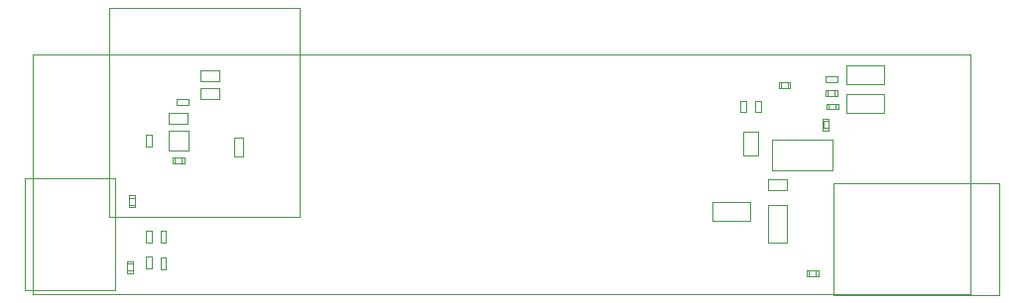
<source format=gbr>
%TF.GenerationSoftware,KiCad,Pcbnew,6.0.11+dfsg-1~bpo11+1*%
%TF.CreationDate,2023-04-14T13:04:02+02:00*%
%TF.ProjectId,IR-diode-general,49522d64-696f-4646-952d-67656e657261,rev?*%
%TF.SameCoordinates,Original*%
%TF.FileFunction,Other,User*%
%FSLAX46Y46*%
G04 Gerber Fmt 4.6, Leading zero omitted, Abs format (unit mm)*
G04 Created by KiCad (PCBNEW 6.0.11+dfsg-1~bpo11+1) date 2023-04-14 13:04:02 commit 5e22265*
%MOMM*%
%LPD*%
G01*
G04 APERTURE LIST*
%TA.AperFunction,Profile*%
%ADD10C,0.100000*%
%TD*%
%ADD11C,0.100000*%
%ADD12C,0.120000*%
G04 APERTURE END LIST*
D10*
X85000000Y-40500000D02*
X165000000Y-40500000D01*
X165000000Y-40500000D02*
X165000000Y-61000000D01*
X165000000Y-61000000D02*
X85000000Y-61000000D01*
X85000000Y-61000000D02*
X85000000Y-40500000D01*
D11*
%TO.C,C13*%
X93699000Y-53542000D02*
X93699000Y-53541000D01*
X93206000Y-53547000D02*
X93206000Y-53547000D01*
X93690000Y-53548000D02*
X93691000Y-53548000D01*
X93695000Y-52552000D02*
X93694000Y-52552000D01*
X93203000Y-52555000D02*
X93203000Y-52555000D01*
X93210000Y-53548000D02*
X93210000Y-53548000D01*
X93203000Y-52555000D02*
X93203000Y-52556000D01*
X93210000Y-52751000D02*
X93210000Y-53348000D01*
X93698000Y-52555000D02*
X93697000Y-52554000D01*
X93693000Y-53548000D02*
X93693000Y-53548000D01*
X93202000Y-52557000D02*
X93202000Y-52558000D01*
X93699000Y-53541000D02*
X93699000Y-53541000D01*
X93689000Y-52551000D02*
X93689000Y-52551000D01*
X93202000Y-52557000D02*
X93202000Y-52557000D01*
X93691000Y-53548000D02*
X93692000Y-53548000D01*
X93204000Y-52554000D02*
X93204000Y-52554000D01*
X93696000Y-52553000D02*
X93696000Y-52553000D01*
X93694000Y-52551000D02*
X93693000Y-52551000D01*
X93208000Y-53548000D02*
X93208000Y-53548000D01*
X93202000Y-53541000D02*
X93202000Y-53541000D01*
X93209000Y-52551000D02*
X93209000Y-52551000D01*
X93699000Y-52557000D02*
X93699000Y-52556000D01*
X93205000Y-53546000D02*
X93205000Y-53546000D01*
X93699000Y-53541000D02*
X93699000Y-53540000D01*
X93204000Y-53545000D02*
X93204000Y-53545000D01*
X93209000Y-53548000D02*
X93209000Y-53548000D01*
X93697000Y-52554000D02*
X93697000Y-52553000D01*
X93210000Y-52551000D02*
X93210000Y-52551000D01*
X93699000Y-52751000D02*
X93689000Y-52751000D01*
X93698000Y-53543000D02*
X93699000Y-53543000D01*
X93695000Y-53547000D02*
X93695000Y-53547000D01*
X93210000Y-52551000D02*
X93210000Y-52551000D01*
X93699000Y-53541000D02*
X93699000Y-53541000D01*
X93697000Y-53545000D02*
X93698000Y-53544000D01*
X93209000Y-53548000D02*
X93209000Y-53548000D01*
X93692000Y-53548000D02*
X93692000Y-53548000D01*
X93693000Y-52551000D02*
X93692000Y-52551000D01*
X93698000Y-52556000D02*
X93698000Y-52555000D01*
X93692000Y-52551000D02*
X93692000Y-52551000D01*
X93693000Y-53548000D02*
X93694000Y-53548000D01*
X93689000Y-52551000D02*
X93689000Y-52551000D01*
X93205000Y-52553000D02*
X93204000Y-52553000D01*
X93691000Y-53548000D02*
X93691000Y-53548000D01*
X93699000Y-53542000D02*
X93699000Y-53542000D01*
X93210000Y-52551000D02*
X93210000Y-52551000D01*
X93699000Y-52558000D02*
X93699000Y-52557000D01*
X93210000Y-52551000D02*
X93209000Y-52551000D01*
X93694000Y-53547000D02*
X93695000Y-53547000D01*
X93202000Y-52558000D02*
X93202000Y-52558000D01*
X93203000Y-53544000D02*
X93203000Y-53544000D01*
X93697000Y-52553000D02*
X93696000Y-52553000D01*
X93207000Y-53547000D02*
X93207000Y-53548000D01*
X93204000Y-53545000D02*
X93204000Y-53546000D01*
X93202000Y-52751000D02*
X93202000Y-52561000D01*
X93697000Y-53545000D02*
X93697000Y-53545000D01*
X93699000Y-52557000D02*
X93699000Y-52557000D01*
X93698000Y-53544000D02*
X93698000Y-53544000D01*
X93697000Y-53546000D02*
X93697000Y-53545000D01*
X93202000Y-52559000D02*
X93202000Y-52560000D01*
X93210000Y-53548000D02*
X93689000Y-53548000D01*
X93692000Y-52551000D02*
X93691000Y-52551000D01*
X93699000Y-53538000D02*
X93699000Y-53348000D01*
X93699000Y-52559000D02*
X93699000Y-52559000D01*
X93210000Y-52551000D02*
X93210000Y-52551000D01*
X93204000Y-52553000D02*
X93204000Y-52554000D01*
X93205000Y-52553000D02*
X93205000Y-52553000D01*
X93697000Y-52554000D02*
X93697000Y-52554000D01*
X93202000Y-53348000D02*
X93202000Y-53538000D01*
X93699000Y-52558000D02*
X93699000Y-52558000D01*
X93210000Y-52751000D02*
X93202000Y-52751000D01*
X93695000Y-52552000D02*
X93695000Y-52552000D01*
X93692000Y-53548000D02*
X93693000Y-53548000D01*
X93207000Y-52551000D02*
X93207000Y-52552000D01*
X93204000Y-52554000D02*
X93203000Y-52555000D01*
X93202000Y-53541000D02*
X93202000Y-53542000D01*
X93699000Y-53348000D02*
X93689000Y-53348000D01*
X93698000Y-52555000D02*
X93698000Y-52555000D01*
X93208000Y-52551000D02*
X93207000Y-52551000D01*
X93210000Y-52551000D02*
X93689000Y-52551000D01*
X93689000Y-52751000D02*
X93210000Y-52751000D01*
X93204000Y-53546000D02*
X93205000Y-53546000D01*
X93206000Y-52552000D02*
X93206000Y-52552000D01*
X93699000Y-52559000D02*
X93699000Y-52558000D01*
X93202000Y-53542000D02*
X93202000Y-53542000D01*
X93203000Y-52556000D02*
X93202000Y-52556000D01*
X93696000Y-53546000D02*
X93697000Y-53546000D01*
X93209000Y-53548000D02*
X93210000Y-53548000D01*
X93203000Y-53544000D02*
X93203000Y-53544000D01*
X93202000Y-53542000D02*
X93202000Y-53543000D01*
X93694000Y-53548000D02*
X93694000Y-53547000D01*
X93210000Y-53348000D02*
X93202000Y-53348000D01*
X93203000Y-52555000D02*
X93203000Y-52555000D01*
X93208000Y-52551000D02*
X93208000Y-52551000D01*
X93203000Y-53544000D02*
X93204000Y-53545000D01*
X93696000Y-52553000D02*
X93695000Y-52552000D01*
X93699000Y-53543000D02*
X93699000Y-53542000D01*
X93207000Y-53548000D02*
X93208000Y-53548000D01*
X93690000Y-52551000D02*
X93689000Y-52551000D01*
X93209000Y-52551000D02*
X93208000Y-52551000D01*
X93695000Y-53547000D02*
X93695000Y-53547000D01*
X93206000Y-53547000D02*
X93206000Y-53547000D01*
X93206000Y-52552000D02*
X93205000Y-52553000D01*
X93698000Y-53544000D02*
X93698000Y-53543000D01*
X93693000Y-52551000D02*
X93693000Y-52551000D01*
X93202000Y-53540000D02*
X93202000Y-53541000D01*
X93698000Y-53544000D02*
X93698000Y-53544000D01*
X93206000Y-53547000D02*
X93207000Y-53547000D01*
X93209000Y-52551000D02*
X93209000Y-52551000D01*
X93699000Y-52558000D02*
X93699000Y-52558000D01*
X93202000Y-52559000D02*
X93202000Y-52559000D01*
X93207000Y-52552000D02*
X93206000Y-52552000D01*
X93695000Y-52552000D02*
X93695000Y-52552000D01*
X93210000Y-52551000D02*
X93210000Y-52551000D01*
X93208000Y-53548000D02*
X93209000Y-53548000D01*
X93692000Y-53548000D02*
X93692000Y-53548000D01*
X93206000Y-52552000D02*
X93206000Y-52552000D01*
X93202000Y-53541000D02*
X93202000Y-53541000D01*
X93202000Y-52558000D02*
X93202000Y-52558000D01*
X93699000Y-52561000D02*
X93699000Y-52751000D01*
X93689000Y-52751000D02*
X93689000Y-53348000D01*
X93698000Y-52555000D02*
X93698000Y-52555000D01*
X93689000Y-53348000D02*
X93210000Y-53348000D01*
X93202000Y-53543000D02*
X93203000Y-53543000D01*
X93694000Y-52552000D02*
X93694000Y-52551000D01*
X93695000Y-53547000D02*
X93696000Y-53546000D01*
X93691000Y-52551000D02*
X93691000Y-52551000D01*
X93699000Y-52556000D02*
X93698000Y-52556000D01*
X93202000Y-52558000D02*
X93202000Y-52559000D01*
X93203000Y-53543000D02*
X93203000Y-53544000D01*
X93202000Y-52556000D02*
X93202000Y-52557000D01*
X93205000Y-53546000D02*
X93206000Y-53547000D01*
X93696000Y-53546000D02*
X93696000Y-53546000D01*
X93691000Y-52551000D02*
X93690000Y-52551000D01*
X93689000Y-52551000D02*
X93689000Y-52551000D01*
X93692000Y-52551000D02*
X93692000Y-52551000D01*
X93699000Y-52551000D02*
X93202000Y-52551000D01*
X93202000Y-52551000D02*
X93202000Y-53548000D01*
X93202000Y-53548000D02*
X93699000Y-53548000D01*
X93699000Y-53548000D02*
X93699000Y-52551000D01*
%TO.C,R12*%
X95850000Y-56615000D02*
X96350000Y-56615000D01*
X96350000Y-56615000D02*
X96350000Y-55615000D01*
X96350000Y-55615000D02*
X95850000Y-55615000D01*
X95850000Y-55615000D02*
X95850000Y-56615000D01*
%TO.C,J1*%
X153300000Y-61088000D02*
X167400000Y-61088000D01*
X167400000Y-61088000D02*
X167400000Y-51489000D01*
X167400000Y-51489000D02*
X153300000Y-51489000D01*
X153300000Y-51489000D02*
X153300000Y-61088000D01*
%TO.C,J2*%
X92015645Y-51060000D02*
X84305645Y-51060000D01*
X84305645Y-51060000D02*
X84305645Y-60638000D01*
X84305645Y-60638000D02*
X92015645Y-60638000D01*
X92015645Y-60638000D02*
X92015645Y-51060000D01*
%TO.C,R11*%
X157601000Y-45502000D02*
X154400000Y-45502000D01*
X154400000Y-45502000D02*
X154400000Y-43900000D01*
X154400000Y-43900000D02*
X157601000Y-43900000D01*
X157601000Y-43900000D02*
X157601000Y-45502000D01*
%TO.C,R13*%
X94600000Y-56615000D02*
X95100000Y-56615000D01*
X95100000Y-56615000D02*
X95100000Y-55615000D01*
X95100000Y-55615000D02*
X94600000Y-55615000D01*
X94600000Y-55615000D02*
X94600000Y-56615000D01*
%TO.C,C12*%
X93497000Y-58206000D02*
X93496000Y-58205000D01*
X93011000Y-58999000D02*
X93490000Y-58999000D01*
X93496000Y-59196000D02*
X93497000Y-59195000D01*
X93002000Y-59195000D02*
X93003000Y-59196000D01*
X93001000Y-58212000D02*
X93001000Y-58402000D01*
X93494000Y-58203000D02*
X93493000Y-58203000D01*
X93492000Y-58202000D02*
X93491000Y-58202000D01*
X93497000Y-59195000D02*
X93497000Y-59195000D01*
X93001000Y-59193000D02*
X93001000Y-59194000D01*
X93002000Y-58206000D02*
X93002000Y-58206000D01*
X93001000Y-58209000D02*
X93001000Y-58210000D01*
X93006000Y-59199000D02*
X93007000Y-59199000D01*
X93009000Y-58202000D02*
X93009000Y-58202000D01*
X93005000Y-59198000D02*
X93006000Y-59198000D01*
X93494000Y-59198000D02*
X93494000Y-59198000D01*
X93498000Y-58209000D02*
X93498000Y-58209000D01*
X93490000Y-59199000D02*
X93490000Y-59199000D01*
X93008000Y-58202000D02*
X93008000Y-58202000D01*
X93001000Y-59189000D02*
X93001000Y-58999000D01*
X93004000Y-58204000D02*
X93003000Y-58204000D01*
X93490000Y-58202000D02*
X93490000Y-58202000D01*
X93498000Y-59193000D02*
X93498000Y-59192000D01*
X93498000Y-59192000D02*
X93498000Y-59192000D01*
X93497000Y-58207000D02*
X93497000Y-58206000D01*
X93001000Y-58207000D02*
X93001000Y-58208000D01*
X93001000Y-58209000D02*
X93001000Y-58209000D01*
X93493000Y-59199000D02*
X93493000Y-59198000D01*
X93492000Y-59199000D02*
X93492000Y-59199000D01*
X93011000Y-59199000D02*
X93011000Y-59199000D01*
X93008000Y-59199000D02*
X93008000Y-59199000D01*
X93002000Y-59195000D02*
X93002000Y-59195000D01*
X93496000Y-59197000D02*
X93496000Y-59196000D01*
X93001000Y-58999000D02*
X93011000Y-58999000D01*
X93011000Y-59199000D02*
X93011000Y-59199000D01*
X93008000Y-58202000D02*
X93008000Y-58202000D01*
X93005000Y-59198000D02*
X93005000Y-59198000D01*
X93497000Y-59195000D02*
X93497000Y-59195000D01*
X93498000Y-58209000D02*
X93498000Y-58208000D01*
X93005000Y-59198000D02*
X93005000Y-59198000D01*
X93491000Y-59199000D02*
X93492000Y-59199000D01*
X93498000Y-58208000D02*
X93498000Y-58208000D01*
X93001000Y-59192000D02*
X93001000Y-59193000D01*
X93491000Y-58202000D02*
X93491000Y-58202000D01*
X93498000Y-59191000D02*
X93498000Y-59190000D01*
X93007000Y-58202000D02*
X93006000Y-58202000D01*
X93497000Y-58206000D02*
X93497000Y-58206000D01*
X93493000Y-58203000D02*
X93493000Y-58202000D01*
X93006000Y-58203000D02*
X93005000Y-58203000D01*
X93001000Y-58208000D02*
X93001000Y-58209000D01*
X93495000Y-59197000D02*
X93496000Y-59197000D01*
X93498000Y-58209000D02*
X93498000Y-58209000D01*
X93497000Y-58206000D02*
X93497000Y-58206000D01*
X93001000Y-59192000D02*
X93001000Y-59192000D01*
X93497000Y-59195000D02*
X93497000Y-59194000D01*
X93004000Y-59197000D02*
X93005000Y-59198000D01*
X93495000Y-58204000D02*
X93495000Y-58204000D01*
X93490000Y-58999000D02*
X93498000Y-58999000D01*
X93490000Y-59199000D02*
X93490000Y-59199000D01*
X93011000Y-59199000D02*
X93011000Y-59199000D01*
X93496000Y-59196000D02*
X93496000Y-59196000D01*
X93001000Y-58402000D02*
X93011000Y-58402000D01*
X93497000Y-59194000D02*
X93498000Y-59194000D01*
X93007000Y-59199000D02*
X93008000Y-59199000D01*
X93002000Y-58206000D02*
X93002000Y-58206000D01*
X93491000Y-59199000D02*
X93491000Y-59199000D01*
X93009000Y-59199000D02*
X93009000Y-59199000D01*
X93492000Y-59199000D02*
X93493000Y-59199000D01*
X93493000Y-59198000D02*
X93494000Y-59198000D01*
X93002000Y-58206000D02*
X93002000Y-58207000D01*
X93011000Y-58402000D02*
X93490000Y-58402000D01*
X93008000Y-58202000D02*
X93007000Y-58202000D01*
X93494000Y-59198000D02*
X93494000Y-59198000D01*
X93491000Y-59199000D02*
X93491000Y-59199000D01*
X93496000Y-58205000D02*
X93496000Y-58204000D01*
X93498000Y-59193000D02*
X93498000Y-59193000D01*
X93001000Y-59192000D02*
X93001000Y-59192000D01*
X93003000Y-58204000D02*
X93003000Y-58205000D01*
X93005000Y-58203000D02*
X93005000Y-58203000D01*
X93008000Y-59199000D02*
X93009000Y-59199000D01*
X93005000Y-58203000D02*
X93005000Y-58203000D01*
X93498000Y-59194000D02*
X93498000Y-59193000D01*
X93498000Y-58210000D02*
X93498000Y-58209000D01*
X93008000Y-59199000D02*
X93008000Y-59199000D01*
X93498000Y-59191000D02*
X93498000Y-59191000D01*
X93003000Y-58205000D02*
X93003000Y-58205000D01*
X93498000Y-58207000D02*
X93497000Y-58207000D01*
X93001000Y-58209000D02*
X93001000Y-58209000D01*
X93496000Y-58204000D02*
X93495000Y-58204000D01*
X93491000Y-58202000D02*
X93491000Y-58202000D01*
X93490000Y-59199000D02*
X93490000Y-59199000D01*
X93490000Y-59199000D02*
X93490000Y-59199000D01*
X93494000Y-58203000D02*
X93494000Y-58203000D01*
X93009000Y-58202000D02*
X93008000Y-58202000D01*
X93498000Y-59192000D02*
X93498000Y-59192000D01*
X93001000Y-59191000D02*
X93001000Y-59191000D01*
X93002000Y-59194000D02*
X93002000Y-59195000D01*
X93001000Y-59191000D02*
X93001000Y-59192000D01*
X93493000Y-58202000D02*
X93492000Y-58202000D01*
X93006000Y-59198000D02*
X93006000Y-59199000D01*
X93001000Y-58208000D02*
X93001000Y-58208000D01*
X93490000Y-58202000D02*
X93011000Y-58202000D01*
X93498000Y-59192000D02*
X93498000Y-59191000D01*
X93011000Y-58999000D02*
X93011000Y-58402000D01*
X93007000Y-58202000D02*
X93007000Y-58202000D01*
X93003000Y-59196000D02*
X93003000Y-59196000D01*
X93001000Y-59193000D02*
X93001000Y-59193000D01*
X93490000Y-59199000D02*
X93490000Y-59199000D01*
X93001000Y-59194000D02*
X93002000Y-59194000D01*
X93498000Y-58208000D02*
X93498000Y-58207000D01*
X93491000Y-58202000D02*
X93490000Y-58202000D01*
X93492000Y-58202000D02*
X93492000Y-58202000D01*
X93009000Y-59199000D02*
X93010000Y-59199000D01*
X93004000Y-58204000D02*
X93004000Y-58204000D01*
X93490000Y-58999000D02*
X93490000Y-58402000D01*
X93010000Y-59199000D02*
X93011000Y-59199000D01*
X93003000Y-59196000D02*
X93003000Y-59197000D01*
X93494000Y-59198000D02*
X93495000Y-59197000D01*
X93498000Y-58402000D02*
X93498000Y-58212000D01*
X93496000Y-58205000D02*
X93496000Y-58205000D01*
X93007000Y-59199000D02*
X93007000Y-59199000D01*
X93498000Y-58999000D02*
X93498000Y-59189000D01*
X93490000Y-59199000D02*
X93011000Y-59199000D01*
X93490000Y-59199000D02*
X93491000Y-59199000D01*
X93003000Y-58205000D02*
X93002000Y-58206000D01*
X93495000Y-58204000D02*
X93494000Y-58203000D01*
X93005000Y-58203000D02*
X93004000Y-58204000D01*
X93490000Y-58402000D02*
X93498000Y-58402000D01*
X93002000Y-59195000D02*
X93002000Y-59195000D01*
X93494000Y-58203000D02*
X93494000Y-58203000D01*
X93004000Y-59197000D02*
X93004000Y-59197000D01*
X93003000Y-59197000D02*
X93004000Y-59197000D01*
X93002000Y-58207000D02*
X93001000Y-58207000D01*
X93495000Y-59197000D02*
X93495000Y-59197000D01*
X93006000Y-58202000D02*
X93006000Y-58203000D01*
X93010000Y-58202000D02*
X93009000Y-58202000D01*
X93001000Y-59199000D02*
X93498000Y-59199000D01*
X93498000Y-59199000D02*
X93498000Y-58202000D01*
X93498000Y-58202000D02*
X93001000Y-58202000D01*
X93001000Y-58202000D02*
X93001000Y-59199000D01*
%TO.C,R6*%
X96350000Y-57850000D02*
X95850000Y-57850000D01*
X95850000Y-57850000D02*
X95850000Y-58850000D01*
X95850000Y-58850000D02*
X96350000Y-58850000D01*
X96350000Y-58850000D02*
X96350000Y-57850000D01*
%TO.C,R10*%
X157601000Y-43052000D02*
X154400000Y-43052000D01*
X154400000Y-43052000D02*
X154400000Y-41450000D01*
X154400000Y-41450000D02*
X157601000Y-41450000D01*
X157601000Y-41450000D02*
X157601000Y-43052000D01*
D12*
%TO.C,POT1*%
X91446600Y-36534600D02*
X107753400Y-36534600D01*
X107753400Y-36534600D02*
X107753400Y-54365400D01*
X107753400Y-54365400D02*
X91446600Y-54365400D01*
X91446600Y-54365400D02*
X91446600Y-36534600D01*
D11*
%TO.C,R14*%
X94600000Y-58765000D02*
X95100000Y-58765000D01*
X95100000Y-58765000D02*
X95100000Y-57765000D01*
X95100000Y-57765000D02*
X94600000Y-57765000D01*
X94600000Y-57765000D02*
X94600000Y-58765000D01*
%TO.C,R8*%
X97250000Y-44850000D02*
X98250000Y-44850000D01*
X98250000Y-44850000D02*
X98250000Y-44350000D01*
X98250000Y-44350000D02*
X97250000Y-44350000D01*
X97250000Y-44350000D02*
X97250000Y-44850000D01*
%TO.C,U2*%
X96600000Y-47049000D02*
X98298000Y-47049000D01*
X98298000Y-47049000D02*
X98298000Y-48749000D01*
X98298000Y-48749000D02*
X96600000Y-48749000D01*
X96600000Y-48749000D02*
X96600000Y-47049000D01*
%TO.C,R3*%
X146600000Y-44449000D02*
X147100000Y-44449000D01*
X147100000Y-44449000D02*
X147100000Y-45449000D01*
X147100000Y-45449000D02*
X146600000Y-45449000D01*
X146600000Y-45449000D02*
X146600000Y-44449000D01*
%TO.C,C4*%
X148603000Y-42906000D02*
X148603000Y-42905000D01*
X148609000Y-43398000D02*
X148608000Y-43398000D01*
X149597000Y-43395000D02*
X149597000Y-43396000D01*
X149598000Y-43394000D02*
X149598000Y-43394000D01*
X149594000Y-42901000D02*
X149594000Y-42902000D01*
X148602000Y-43393000D02*
X148602000Y-43392000D01*
X149599000Y-43390000D02*
X149599000Y-43390000D01*
X149599000Y-43391000D02*
X149599000Y-43391000D01*
X149592000Y-43398000D02*
X149591000Y-43398000D01*
X148602000Y-42907000D02*
X148602000Y-42906000D01*
X148604000Y-42904000D02*
X148604000Y-42904000D01*
X149599000Y-43392000D02*
X149599000Y-43392000D01*
X148602000Y-42907000D02*
X148602000Y-42907000D01*
X149599000Y-43391000D02*
X149599000Y-43392000D01*
X148606000Y-42902000D02*
X148606000Y-42902000D01*
X148603000Y-42905000D02*
X148603000Y-42905000D01*
X149592000Y-43398000D02*
X149592000Y-43398000D01*
X149599000Y-43391000D02*
X149599000Y-43391000D01*
X149399000Y-42901000D02*
X149399000Y-42911000D01*
X148604000Y-43396000D02*
X148604000Y-43395000D01*
X149599000Y-43390000D02*
X149599000Y-43390000D01*
X149599000Y-42911000D02*
X149599000Y-42911000D01*
X149594000Y-43398000D02*
X149593000Y-43398000D01*
X149589000Y-42901000D02*
X149399000Y-42901000D01*
X149592000Y-42901000D02*
X149592000Y-42901000D01*
X149599000Y-42911000D02*
X149599000Y-42911000D01*
X149595000Y-42902000D02*
X149595000Y-42902000D01*
X149591000Y-43398000D02*
X149590000Y-43398000D01*
X148608000Y-42901000D02*
X148609000Y-42901000D01*
X148602000Y-43392000D02*
X148602000Y-43392000D01*
X148607000Y-42902000D02*
X148607000Y-42901000D01*
X149597000Y-43396000D02*
X149596000Y-43396000D01*
X148608000Y-43398000D02*
X148608000Y-43398000D01*
X149593000Y-42901000D02*
X149593000Y-42901000D01*
X148607000Y-43398000D02*
X148607000Y-43397000D01*
X149599000Y-43392000D02*
X149599000Y-43393000D01*
X149598000Y-42906000D02*
X149599000Y-42906000D01*
X148602000Y-42909000D02*
X148602000Y-42908000D01*
X149594000Y-43397000D02*
X149594000Y-43398000D01*
X149599000Y-42909000D02*
X149599000Y-42910000D01*
X149599000Y-42907000D02*
X149599000Y-42907000D01*
X149595000Y-43397000D02*
X149595000Y-43397000D01*
X149593000Y-43398000D02*
X149592000Y-43398000D01*
X148604000Y-42904000D02*
X148604000Y-42903000D01*
X149599000Y-43390000D02*
X149599000Y-43391000D01*
X148802000Y-43398000D02*
X148612000Y-43398000D01*
X148602000Y-42909000D02*
X148602000Y-42909000D01*
X148604000Y-43395000D02*
X148604000Y-43395000D01*
X149592000Y-43398000D02*
X149592000Y-43398000D01*
X149592000Y-42901000D02*
X149592000Y-42901000D01*
X148602000Y-43390000D02*
X148602000Y-43390000D01*
X148603000Y-43394000D02*
X148603000Y-43393000D01*
X148606000Y-43397000D02*
X148606000Y-43397000D01*
X149591000Y-43398000D02*
X149591000Y-43398000D01*
X148608000Y-42901000D02*
X148608000Y-42901000D01*
X149595000Y-42902000D02*
X149596000Y-42903000D01*
X148609000Y-42901000D02*
X148609000Y-42901000D01*
X148602000Y-43392000D02*
X148602000Y-43391000D01*
X149598000Y-43394000D02*
X149597000Y-43395000D01*
X149599000Y-42908000D02*
X149599000Y-42908000D01*
X149591000Y-42901000D02*
X149592000Y-42901000D01*
X149596000Y-43396000D02*
X149595000Y-43397000D01*
X148604000Y-43395000D02*
X148603000Y-43394000D01*
X148607000Y-43397000D02*
X148606000Y-43397000D01*
X149598000Y-42905000D02*
X149598000Y-42906000D01*
X148609000Y-43398000D02*
X148609000Y-43398000D01*
X149591000Y-42901000D02*
X149591000Y-42901000D01*
X148605000Y-42903000D02*
X148606000Y-42902000D01*
X148605000Y-42903000D02*
X148605000Y-42903000D01*
X149594000Y-42902000D02*
X149595000Y-42902000D01*
X149593000Y-43398000D02*
X149593000Y-43398000D01*
X149599000Y-43393000D02*
X149598000Y-43393000D01*
X148603000Y-42905000D02*
X148603000Y-42905000D01*
X149399000Y-43398000D02*
X149589000Y-43398000D01*
X149595000Y-43397000D02*
X149594000Y-43397000D01*
X148607000Y-42901000D02*
X148608000Y-42901000D01*
X149599000Y-42911000D02*
X149599000Y-42911000D01*
X149399000Y-43390000D02*
X148802000Y-43390000D01*
X148606000Y-43397000D02*
X148606000Y-43397000D01*
X148602000Y-42908000D02*
X148602000Y-42907000D01*
X148802000Y-42911000D02*
X148802000Y-43390000D01*
X148612000Y-42901000D02*
X148802000Y-42901000D01*
X148605000Y-43396000D02*
X148604000Y-43396000D01*
X149598000Y-42905000D02*
X149598000Y-42905000D01*
X148610000Y-43398000D02*
X148609000Y-43398000D01*
X149597000Y-42904000D02*
X149597000Y-42904000D01*
X148602000Y-42908000D02*
X148602000Y-42908000D01*
X149599000Y-43390000D02*
X149599000Y-43390000D01*
X149599000Y-42906000D02*
X149599000Y-42907000D01*
X148602000Y-43391000D02*
X148602000Y-43390000D01*
X149597000Y-42904000D02*
X149598000Y-42905000D01*
X148606000Y-43397000D02*
X148605000Y-43396000D01*
X149599000Y-42908000D02*
X149599000Y-42909000D01*
X149399000Y-43390000D02*
X149399000Y-43398000D01*
X149599000Y-43390000D02*
X149599000Y-42911000D01*
X148603000Y-43394000D02*
X148603000Y-43394000D01*
X148608000Y-43398000D02*
X148607000Y-43398000D01*
X148603000Y-43393000D02*
X148602000Y-43393000D01*
X149598000Y-43393000D02*
X149598000Y-43394000D01*
X148602000Y-43390000D02*
X148602000Y-42911000D01*
X148605000Y-43396000D02*
X148605000Y-43396000D01*
X149599000Y-42910000D02*
X149599000Y-42911000D01*
X149595000Y-42902000D02*
X149595000Y-42902000D01*
X149599000Y-43390000D02*
X149599000Y-43390000D01*
X149597000Y-43395000D02*
X149597000Y-43395000D01*
X148609000Y-43398000D02*
X148609000Y-43398000D01*
X149399000Y-42911000D02*
X148802000Y-42911000D01*
X149596000Y-42903000D02*
X149597000Y-42903000D01*
X149599000Y-42909000D02*
X149599000Y-42909000D01*
X148602000Y-42910000D02*
X148602000Y-42909000D01*
X148602000Y-43391000D02*
X148602000Y-43391000D01*
X148603000Y-42905000D02*
X148604000Y-42904000D01*
X149599000Y-42907000D02*
X149599000Y-42908000D01*
X149598000Y-42905000D02*
X149598000Y-42905000D01*
X148603000Y-43394000D02*
X148603000Y-43394000D01*
X148604000Y-42903000D02*
X148605000Y-42903000D01*
X149592000Y-42901000D02*
X149593000Y-42901000D01*
X149597000Y-42903000D02*
X149597000Y-42904000D01*
X149593000Y-42901000D02*
X149594000Y-42901000D01*
X149596000Y-42903000D02*
X149596000Y-42903000D01*
X148609000Y-42901000D02*
X148609000Y-42901000D01*
X148609000Y-42901000D02*
X148610000Y-42901000D01*
X148602000Y-43391000D02*
X148602000Y-43391000D01*
X148606000Y-42902000D02*
X148606000Y-42902000D01*
X149595000Y-43397000D02*
X149595000Y-43397000D01*
X148802000Y-42901000D02*
X148802000Y-42911000D01*
X148606000Y-42902000D02*
X148607000Y-42902000D01*
X148602000Y-42908000D02*
X148602000Y-42908000D01*
X149399000Y-42911000D02*
X149399000Y-43390000D01*
X149596000Y-43396000D02*
X149596000Y-43396000D01*
X148802000Y-43390000D02*
X148802000Y-43398000D01*
X149598000Y-43394000D02*
X149598000Y-43394000D01*
X149599000Y-42908000D02*
X149599000Y-42908000D01*
X149599000Y-43390000D02*
X149599000Y-43390000D01*
X148602000Y-42906000D02*
X148603000Y-42906000D01*
X149599000Y-42901000D02*
X148602000Y-42901000D01*
X148602000Y-42901000D02*
X148602000Y-43398000D01*
X148602000Y-43398000D02*
X149599000Y-43398000D01*
X149599000Y-43398000D02*
X149599000Y-42901000D01*
%TO.C,R5*%
X102950000Y-49200000D02*
X102150000Y-49200000D01*
X102150000Y-49200000D02*
X102150000Y-47600000D01*
X102150000Y-47600000D02*
X102950000Y-47600000D01*
X102950000Y-47600000D02*
X102950000Y-49200000D01*
%TO.C,C5*%
X152606000Y-44047000D02*
X152606000Y-44047000D01*
X153599000Y-44040000D02*
X153599000Y-44040000D01*
X153597000Y-44045000D02*
X153597000Y-44046000D01*
X153599000Y-43561000D02*
X153599000Y-43561000D01*
X153596000Y-43553000D02*
X153597000Y-43553000D01*
X153599000Y-43561000D02*
X153599000Y-43561000D01*
X152802000Y-43561000D02*
X152802000Y-44040000D01*
X152609000Y-44048000D02*
X152608000Y-44048000D01*
X153592000Y-43551000D02*
X153593000Y-43551000D01*
X153594000Y-44048000D02*
X153593000Y-44048000D01*
X153597000Y-44045000D02*
X153597000Y-44045000D01*
X153598000Y-43556000D02*
X153599000Y-43556000D01*
X153599000Y-43557000D02*
X153599000Y-43557000D01*
X153596000Y-44046000D02*
X153596000Y-44046000D01*
X152603000Y-44044000D02*
X152603000Y-44044000D01*
X152609000Y-43551000D02*
X152609000Y-43551000D01*
X153399000Y-43561000D02*
X153399000Y-44040000D01*
X153597000Y-43553000D02*
X153597000Y-43554000D01*
X152602000Y-43558000D02*
X152602000Y-43557000D01*
X152609000Y-44048000D02*
X152609000Y-44048000D01*
X153599000Y-44042000D02*
X153599000Y-44042000D01*
X152605000Y-43553000D02*
X152606000Y-43552000D01*
X152604000Y-44046000D02*
X152604000Y-44045000D01*
X152602000Y-43558000D02*
X152602000Y-43558000D01*
X153599000Y-44040000D02*
X153599000Y-44040000D01*
X152602000Y-43560000D02*
X152602000Y-43559000D01*
X153599000Y-44041000D02*
X153599000Y-44042000D01*
X153592000Y-44048000D02*
X153591000Y-44048000D01*
X152606000Y-44047000D02*
X152605000Y-44046000D01*
X152603000Y-44043000D02*
X152602000Y-44043000D01*
X152802000Y-43551000D02*
X152802000Y-43561000D01*
X152609000Y-43551000D02*
X152610000Y-43551000D01*
X153591000Y-44048000D02*
X153590000Y-44048000D01*
X152604000Y-44045000D02*
X152604000Y-44045000D01*
X153592000Y-43551000D02*
X153592000Y-43551000D01*
X153399000Y-43561000D02*
X152802000Y-43561000D01*
X153593000Y-44048000D02*
X153592000Y-44048000D01*
X153594000Y-43552000D02*
X153595000Y-43552000D01*
X153598000Y-43555000D02*
X153598000Y-43555000D01*
X153595000Y-43552000D02*
X153595000Y-43552000D01*
X152602000Y-44041000D02*
X152602000Y-44041000D01*
X152606000Y-43552000D02*
X152607000Y-43552000D01*
X152602000Y-43558000D02*
X152602000Y-43558000D01*
X152612000Y-43551000D02*
X152802000Y-43551000D01*
X153596000Y-43553000D02*
X153596000Y-43553000D01*
X152603000Y-43555000D02*
X152603000Y-43555000D01*
X152602000Y-43559000D02*
X152602000Y-43558000D01*
X153599000Y-44040000D02*
X153599000Y-44040000D01*
X152802000Y-44048000D02*
X152612000Y-44048000D01*
X152608000Y-43551000D02*
X152609000Y-43551000D01*
X152603000Y-43555000D02*
X152603000Y-43555000D01*
X153599000Y-43559000D02*
X153599000Y-43559000D01*
X152602000Y-44041000D02*
X152602000Y-44041000D01*
X152608000Y-44048000D02*
X152608000Y-44048000D01*
X153595000Y-43552000D02*
X153595000Y-43552000D01*
X153598000Y-43555000D02*
X153598000Y-43556000D01*
X152604000Y-43553000D02*
X152605000Y-43553000D01*
X153593000Y-43551000D02*
X153594000Y-43551000D01*
X153599000Y-43558000D02*
X153599000Y-43558000D01*
X153598000Y-43555000D02*
X153598000Y-43555000D01*
X153399000Y-43551000D02*
X153399000Y-43561000D01*
X153599000Y-44043000D02*
X153598000Y-44043000D01*
X153599000Y-44040000D02*
X153599000Y-44040000D01*
X153599000Y-43558000D02*
X153599000Y-43559000D01*
X152602000Y-43556000D02*
X152603000Y-43556000D01*
X152605000Y-43553000D02*
X152605000Y-43553000D01*
X152606000Y-43552000D02*
X152606000Y-43552000D01*
X152602000Y-44040000D02*
X152602000Y-44040000D01*
X153599000Y-44040000D02*
X153599000Y-43561000D01*
X152602000Y-44042000D02*
X152602000Y-44042000D01*
X153598000Y-44043000D02*
X153598000Y-44044000D01*
X152802000Y-44040000D02*
X152802000Y-44048000D01*
X152603000Y-44044000D02*
X152603000Y-44043000D01*
X152602000Y-44040000D02*
X152602000Y-43561000D01*
X153399000Y-44048000D02*
X153589000Y-44048000D01*
X152605000Y-44046000D02*
X152604000Y-44046000D01*
X152603000Y-43555000D02*
X152604000Y-43554000D01*
X153595000Y-43552000D02*
X153596000Y-43553000D01*
X153597000Y-43554000D02*
X153598000Y-43555000D01*
X153595000Y-44047000D02*
X153594000Y-44047000D01*
X153591000Y-43551000D02*
X153592000Y-43551000D01*
X153599000Y-43561000D02*
X153599000Y-43561000D01*
X152609000Y-43551000D02*
X152609000Y-43551000D01*
X153591000Y-44048000D02*
X153591000Y-44048000D01*
X152607000Y-44048000D02*
X152607000Y-44047000D01*
X152602000Y-43559000D02*
X152602000Y-43559000D01*
X153597000Y-43554000D02*
X153597000Y-43554000D01*
X153598000Y-44044000D02*
X153598000Y-44044000D01*
X153599000Y-44040000D02*
X153599000Y-44040000D01*
X152602000Y-44042000D02*
X152602000Y-44041000D01*
X153599000Y-44041000D02*
X153599000Y-44041000D01*
X152606000Y-44047000D02*
X152606000Y-44047000D01*
X153599000Y-44040000D02*
X153599000Y-44041000D01*
X152602000Y-43557000D02*
X152602000Y-43556000D01*
X153595000Y-44047000D02*
X153595000Y-44047000D01*
X153592000Y-43551000D02*
X153592000Y-43551000D01*
X153599000Y-43556000D02*
X153599000Y-43557000D01*
X153599000Y-44042000D02*
X153599000Y-44043000D01*
X153399000Y-44040000D02*
X152802000Y-44040000D01*
X152603000Y-43556000D02*
X152603000Y-43555000D01*
X153596000Y-44046000D02*
X153595000Y-44047000D01*
X153599000Y-43559000D02*
X153599000Y-43560000D01*
X152604000Y-44045000D02*
X152603000Y-44044000D01*
X152604000Y-43554000D02*
X152604000Y-43553000D01*
X152607000Y-43551000D02*
X152608000Y-43551000D01*
X153598000Y-44044000D02*
X153598000Y-44044000D01*
X152608000Y-43551000D02*
X152608000Y-43551000D01*
X152602000Y-43557000D02*
X152602000Y-43557000D01*
X153595000Y-44047000D02*
X153595000Y-44047000D01*
X152602000Y-44041000D02*
X152602000Y-44040000D01*
X153589000Y-43551000D02*
X153399000Y-43551000D01*
X153592000Y-44048000D02*
X153592000Y-44048000D01*
X153597000Y-44046000D02*
X153596000Y-44046000D01*
X153593000Y-44048000D02*
X153593000Y-44048000D01*
X152608000Y-44048000D02*
X152607000Y-44048000D01*
X153599000Y-43557000D02*
X153599000Y-43558000D01*
X152605000Y-44046000D02*
X152605000Y-44046000D01*
X153599000Y-44041000D02*
X153599000Y-44041000D01*
X153593000Y-43551000D02*
X153593000Y-43551000D01*
X153598000Y-44044000D02*
X153597000Y-44045000D01*
X153599000Y-43558000D02*
X153599000Y-43558000D01*
X152610000Y-44048000D02*
X152609000Y-44048000D01*
X153399000Y-44040000D02*
X153399000Y-44048000D01*
X152603000Y-44044000D02*
X152603000Y-44044000D01*
X152609000Y-44048000D02*
X152609000Y-44048000D01*
X153592000Y-44048000D02*
X153592000Y-44048000D01*
X153591000Y-43551000D02*
X153591000Y-43551000D01*
X152606000Y-43552000D02*
X152606000Y-43552000D01*
X153599000Y-43560000D02*
X153599000Y-43561000D01*
X153594000Y-44047000D02*
X153594000Y-44048000D01*
X152607000Y-44047000D02*
X152606000Y-44047000D01*
X152607000Y-43552000D02*
X152607000Y-43551000D01*
X152602000Y-44043000D02*
X152602000Y-44042000D01*
X153594000Y-43551000D02*
X153594000Y-43552000D01*
X152604000Y-43554000D02*
X152604000Y-43554000D01*
X153599000Y-43551000D02*
X152602000Y-43551000D01*
X152602000Y-43551000D02*
X152602000Y-44048000D01*
X152602000Y-44048000D02*
X153599000Y-44048000D01*
X153599000Y-44048000D02*
X153599000Y-43551000D01*
%TO.C,R9*%
X95150000Y-48400000D02*
X94650000Y-48400000D01*
X94650000Y-48400000D02*
X94650000Y-47400000D01*
X94650000Y-47400000D02*
X95150000Y-47400000D01*
X95150000Y-47400000D02*
X95150000Y-48400000D01*
%TO.C,C1*%
X145576000Y-47150000D02*
X146824000Y-47150000D01*
X146824000Y-47150000D02*
X146824000Y-49150000D01*
X146824000Y-49150000D02*
X145576000Y-49150000D01*
X145576000Y-49150000D02*
X145576000Y-47150000D01*
%TO.C,R2*%
X153600000Y-42350000D02*
X152600000Y-42350000D01*
X152600000Y-42350000D02*
X152600000Y-42850000D01*
X152600000Y-42850000D02*
X153600000Y-42850000D01*
X153600000Y-42850000D02*
X153600000Y-42350000D01*
%TO.C,C2*%
X147700000Y-52100000D02*
X149300000Y-52100000D01*
X149300000Y-52100000D02*
X149300000Y-51200000D01*
X149300000Y-51200000D02*
X147700000Y-51200000D01*
X147700000Y-51200000D02*
X147700000Y-52100000D01*
%TO.C,C8*%
X153699000Y-44710000D02*
X153699000Y-44711000D01*
X153692000Y-45198000D02*
X153692000Y-45198000D01*
X152709000Y-45198000D02*
X152709000Y-45198000D01*
X153696000Y-45196000D02*
X153696000Y-45196000D01*
X152702000Y-44709000D02*
X152702000Y-44708000D01*
X153699000Y-45191000D02*
X153699000Y-45192000D01*
X153695000Y-44702000D02*
X153696000Y-44703000D01*
X153698000Y-45194000D02*
X153698000Y-45194000D01*
X153699000Y-45190000D02*
X153699000Y-45190000D01*
X152703000Y-44706000D02*
X152703000Y-44705000D01*
X152705000Y-45196000D02*
X152704000Y-45196000D01*
X153699000Y-44707000D02*
X153699000Y-44707000D01*
X153693000Y-45198000D02*
X153693000Y-45198000D01*
X152702000Y-44708000D02*
X152702000Y-44708000D01*
X152702000Y-44707000D02*
X152702000Y-44706000D01*
X152702000Y-45191000D02*
X152702000Y-45190000D01*
X152902000Y-45190000D02*
X152902000Y-45198000D01*
X152706000Y-44702000D02*
X152706000Y-44702000D01*
X152702000Y-44708000D02*
X152702000Y-44707000D01*
X153695000Y-44702000D02*
X153695000Y-44702000D01*
X153699000Y-45190000D02*
X153699000Y-44711000D01*
X152704000Y-44704000D02*
X152704000Y-44704000D01*
X152702000Y-45191000D02*
X152702000Y-45191000D01*
X152702000Y-45191000D02*
X152702000Y-45191000D01*
X153692000Y-45198000D02*
X153692000Y-45198000D01*
X153692000Y-44701000D02*
X153693000Y-44701000D01*
X153691000Y-44701000D02*
X153692000Y-44701000D01*
X152703000Y-45194000D02*
X152703000Y-45193000D01*
X153699000Y-45192000D02*
X153699000Y-45192000D01*
X153697000Y-44704000D02*
X153697000Y-44704000D01*
X153699000Y-45190000D02*
X153699000Y-45190000D01*
X153699000Y-45190000D02*
X153699000Y-45191000D01*
X153699000Y-44708000D02*
X153699000Y-44708000D01*
X153693000Y-45198000D02*
X153692000Y-45198000D01*
X153699000Y-44708000D02*
X153699000Y-44708000D01*
X153698000Y-44705000D02*
X153698000Y-44705000D01*
X153696000Y-44703000D02*
X153697000Y-44703000D01*
X153695000Y-45197000D02*
X153695000Y-45197000D01*
X152702000Y-45190000D02*
X152702000Y-44711000D01*
X153698000Y-45194000D02*
X153698000Y-45194000D01*
X152902000Y-44701000D02*
X152902000Y-44711000D01*
X153698000Y-44706000D02*
X153699000Y-44706000D01*
X153699000Y-45190000D02*
X153699000Y-45190000D01*
X152709000Y-44701000D02*
X152709000Y-44701000D01*
X152703000Y-45194000D02*
X152703000Y-45194000D01*
X153499000Y-44711000D02*
X152902000Y-44711000D01*
X152709000Y-45198000D02*
X152709000Y-45198000D01*
X152706000Y-44702000D02*
X152707000Y-44702000D01*
X153695000Y-45197000D02*
X153695000Y-45197000D01*
X152705000Y-44703000D02*
X152705000Y-44703000D01*
X153694000Y-44702000D02*
X153695000Y-44702000D01*
X153695000Y-45197000D02*
X153694000Y-45197000D01*
X152708000Y-45198000D02*
X152708000Y-45198000D01*
X153699000Y-44706000D02*
X153699000Y-44707000D01*
X152708000Y-44701000D02*
X152709000Y-44701000D01*
X153691000Y-44701000D02*
X153691000Y-44701000D01*
X152702000Y-44709000D02*
X152702000Y-44709000D01*
X152702000Y-44707000D02*
X152702000Y-44707000D01*
X153692000Y-44701000D02*
X153692000Y-44701000D01*
X152712000Y-44701000D02*
X152902000Y-44701000D01*
X152703000Y-44705000D02*
X152703000Y-44705000D01*
X153499000Y-45198000D02*
X153689000Y-45198000D01*
X152704000Y-45195000D02*
X152704000Y-45195000D01*
X153699000Y-45192000D02*
X153699000Y-45193000D01*
X152702000Y-44708000D02*
X152702000Y-44708000D01*
X153699000Y-44711000D02*
X153699000Y-44711000D01*
X153699000Y-45191000D02*
X153699000Y-45191000D01*
X153698000Y-44705000D02*
X153698000Y-44706000D01*
X152709000Y-44701000D02*
X152709000Y-44701000D01*
X153699000Y-45193000D02*
X153698000Y-45193000D01*
X152706000Y-45197000D02*
X152706000Y-45197000D01*
X153499000Y-44701000D02*
X153499000Y-44711000D01*
X153699000Y-45190000D02*
X153699000Y-45190000D01*
X153699000Y-45190000D02*
X153699000Y-45190000D01*
X153499000Y-44711000D02*
X153499000Y-45190000D01*
X152703000Y-44705000D02*
X152704000Y-44704000D01*
X153699000Y-44711000D02*
X153699000Y-44711000D01*
X153699000Y-44711000D02*
X153699000Y-44711000D01*
X153691000Y-45198000D02*
X153690000Y-45198000D01*
X152709000Y-45198000D02*
X152708000Y-45198000D01*
X152702000Y-44706000D02*
X152703000Y-44706000D01*
X152710000Y-45198000D02*
X152709000Y-45198000D01*
X153694000Y-45197000D02*
X153694000Y-45198000D01*
X153699000Y-44709000D02*
X153699000Y-44710000D01*
X153499000Y-45190000D02*
X153499000Y-45198000D01*
X153699000Y-45191000D02*
X153699000Y-45191000D01*
X152707000Y-44702000D02*
X152707000Y-44701000D01*
X152706000Y-45197000D02*
X152706000Y-45197000D01*
X153696000Y-44703000D02*
X153696000Y-44703000D01*
X152707000Y-45197000D02*
X152706000Y-45197000D01*
X153698000Y-44705000D02*
X153698000Y-44705000D01*
X153693000Y-44701000D02*
X153694000Y-44701000D01*
X153697000Y-45196000D02*
X153696000Y-45196000D01*
X152707000Y-44701000D02*
X152708000Y-44701000D01*
X153692000Y-44701000D02*
X153692000Y-44701000D01*
X152702000Y-45192000D02*
X152702000Y-45192000D01*
X152702000Y-45190000D02*
X152702000Y-45190000D01*
X153499000Y-45190000D02*
X152902000Y-45190000D01*
X152705000Y-45196000D02*
X152705000Y-45196000D01*
X152702000Y-44710000D02*
X152702000Y-44709000D01*
X153697000Y-45195000D02*
X153697000Y-45195000D01*
X153698000Y-45193000D02*
X153698000Y-45194000D01*
X152704000Y-44703000D02*
X152705000Y-44703000D01*
X152703000Y-45194000D02*
X152703000Y-45194000D01*
X152707000Y-45198000D02*
X152707000Y-45197000D01*
X153699000Y-44709000D02*
X153699000Y-44709000D01*
X152705000Y-44703000D02*
X152706000Y-44702000D01*
X152704000Y-45195000D02*
X152703000Y-45194000D01*
X152702000Y-45192000D02*
X152702000Y-45191000D01*
X153697000Y-44704000D02*
X153698000Y-44705000D01*
X153689000Y-44701000D02*
X153499000Y-44701000D01*
X153694000Y-44701000D02*
X153694000Y-44702000D01*
X153691000Y-45198000D02*
X153691000Y-45198000D01*
X152706000Y-44702000D02*
X152706000Y-44702000D01*
X152703000Y-45193000D02*
X152702000Y-45193000D01*
X152708000Y-45198000D02*
X152707000Y-45198000D01*
X153697000Y-45195000D02*
X153697000Y-45196000D01*
X153699000Y-44707000D02*
X153699000Y-44708000D01*
X152902000Y-44711000D02*
X152902000Y-45190000D01*
X152702000Y-45193000D02*
X152702000Y-45192000D01*
X152704000Y-45196000D02*
X152704000Y-45195000D01*
X153695000Y-44702000D02*
X153695000Y-44702000D01*
X152704000Y-44704000D02*
X152704000Y-44703000D01*
X153699000Y-44708000D02*
X153699000Y-44709000D01*
X152703000Y-44705000D02*
X152703000Y-44705000D01*
X153697000Y-44703000D02*
X153697000Y-44704000D01*
X152902000Y-45198000D02*
X152712000Y-45198000D01*
X152708000Y-44701000D02*
X152708000Y-44701000D01*
X153692000Y-45198000D02*
X153691000Y-45198000D01*
X153693000Y-44701000D02*
X153693000Y-44701000D01*
X152709000Y-44701000D02*
X152710000Y-44701000D01*
X152706000Y-45197000D02*
X152705000Y-45196000D01*
X153694000Y-45198000D02*
X153693000Y-45198000D01*
X153698000Y-45194000D02*
X153697000Y-45195000D01*
X153696000Y-45196000D02*
X153695000Y-45197000D01*
X153699000Y-44701000D02*
X152702000Y-44701000D01*
X152702000Y-44701000D02*
X152702000Y-45198000D01*
X152702000Y-45198000D02*
X153699000Y-45198000D01*
X153699000Y-45198000D02*
X153699000Y-44701000D01*
%TO.C,C11*%
X100900000Y-41900000D02*
X99300000Y-41900000D01*
X99300000Y-41900000D02*
X99300000Y-42800000D01*
X99300000Y-42800000D02*
X100900000Y-42800000D01*
X100900000Y-42800000D02*
X100900000Y-41900000D01*
%TO.C,R7*%
X147698000Y-53349000D02*
X149300000Y-53349000D01*
X149300000Y-53349000D02*
X149300000Y-56550000D01*
X149300000Y-56550000D02*
X147698000Y-56550000D01*
X147698000Y-56550000D02*
X147698000Y-53349000D01*
%TO.C,C9*%
X151001000Y-58959000D02*
X151001000Y-58958000D01*
X151002000Y-58957000D02*
X151002000Y-58956000D01*
X151006000Y-58952000D02*
X151007000Y-58952000D01*
X151993000Y-58952000D02*
X151993000Y-58953000D01*
X151011000Y-59449000D02*
X151201000Y-59449000D01*
X151988000Y-59449000D02*
X151798000Y-59449000D01*
X151996000Y-58955000D02*
X151997000Y-58956000D01*
X151001000Y-59440000D02*
X151001000Y-59439000D01*
X151001000Y-58960000D02*
X151001000Y-58960000D01*
X151995000Y-59447000D02*
X151995000Y-59447000D01*
X151997000Y-58956000D02*
X151997000Y-58957000D01*
X151005000Y-58953000D02*
X151006000Y-58953000D01*
X151001000Y-58957000D02*
X151002000Y-58957000D01*
X151003000Y-58954000D02*
X151004000Y-58954000D01*
X151998000Y-59441000D02*
X151998000Y-59441000D01*
X151991000Y-59449000D02*
X151990000Y-59449000D01*
X151001000Y-58960000D02*
X151001000Y-58960000D01*
X151992000Y-58952000D02*
X151993000Y-58952000D01*
X151002000Y-59444000D02*
X151001000Y-59444000D01*
X151997000Y-59444000D02*
X151997000Y-59445000D01*
X151008000Y-58952000D02*
X151009000Y-58952000D01*
X151201000Y-59439000D02*
X151201000Y-58960000D01*
X151004000Y-58954000D02*
X151004000Y-58954000D01*
X151998000Y-59442000D02*
X151998000Y-59443000D01*
X151998000Y-59441000D02*
X151998000Y-59442000D01*
X151003000Y-59446000D02*
X151003000Y-59446000D01*
X151007000Y-59449000D02*
X151006000Y-59449000D01*
X151001000Y-59439000D02*
X151001000Y-59439000D01*
X151994000Y-59448000D02*
X151994000Y-59448000D01*
X151998000Y-58960000D02*
X151998000Y-59439000D01*
X151002000Y-59445000D02*
X151002000Y-59445000D01*
X151004000Y-58954000D02*
X151005000Y-58953000D01*
X151798000Y-58952000D02*
X151988000Y-58952000D01*
X151995000Y-59447000D02*
X151994000Y-59448000D01*
X151201000Y-58960000D02*
X151798000Y-58960000D01*
X151798000Y-59439000D02*
X151798000Y-58960000D01*
X151001000Y-58960000D02*
X151001000Y-58959000D01*
X151998000Y-58958000D02*
X151998000Y-58959000D01*
X151996000Y-59446000D02*
X151996000Y-59447000D01*
X151994000Y-58953000D02*
X151994000Y-58953000D01*
X151008000Y-59449000D02*
X151008000Y-59449000D01*
X151001000Y-58960000D02*
X151001000Y-58960000D01*
X151001000Y-59442000D02*
X151001000Y-59442000D01*
X151993000Y-58953000D02*
X151994000Y-58953000D01*
X151009000Y-58952000D02*
X151009000Y-58952000D01*
X151008000Y-59449000D02*
X151008000Y-59449000D01*
X151997000Y-58956000D02*
X151997000Y-58956000D01*
X151008000Y-58952000D02*
X151008000Y-58952000D01*
X151991000Y-59449000D02*
X151991000Y-59449000D01*
X151001000Y-59443000D02*
X151001000Y-59443000D01*
X151991000Y-58952000D02*
X151991000Y-58952000D01*
X151997000Y-58956000D02*
X151997000Y-58956000D01*
X151991000Y-58952000D02*
X151991000Y-58952000D01*
X151201000Y-59439000D02*
X151798000Y-59439000D01*
X151998000Y-58960000D02*
X151998000Y-58960000D01*
X151004000Y-59447000D02*
X151003000Y-59447000D01*
X151998000Y-59442000D02*
X151998000Y-59442000D01*
X151006000Y-59448000D02*
X151005000Y-59448000D01*
X151003000Y-59446000D02*
X151002000Y-59445000D01*
X151001000Y-58959000D02*
X151001000Y-58959000D01*
X151005000Y-59448000D02*
X151005000Y-59448000D01*
X151997000Y-59445000D02*
X151997000Y-59445000D01*
X151996000Y-58955000D02*
X151996000Y-58955000D01*
X151993000Y-59449000D02*
X151992000Y-59449000D01*
X151002000Y-58956000D02*
X151003000Y-58955000D01*
X151001000Y-59439000D02*
X151001000Y-59439000D01*
X151005000Y-58953000D02*
X151005000Y-58953000D01*
X151001000Y-59441000D02*
X151001000Y-59441000D01*
X151001000Y-58960000D02*
X151001000Y-59439000D01*
X151008000Y-59449000D02*
X151007000Y-59449000D01*
X151798000Y-58960000D02*
X151798000Y-58952000D01*
X151001000Y-59442000D02*
X151001000Y-59441000D01*
X151001000Y-59444000D02*
X151001000Y-59443000D01*
X151002000Y-58956000D02*
X151002000Y-58956000D01*
X151998000Y-58958000D02*
X151998000Y-58958000D01*
X151998000Y-59442000D02*
X151998000Y-59442000D01*
X151001000Y-58959000D02*
X151001000Y-58959000D01*
X151009000Y-59449000D02*
X151008000Y-59449000D01*
X151002000Y-59445000D02*
X151002000Y-59444000D01*
X151006000Y-58953000D02*
X151006000Y-58952000D01*
X151003000Y-59447000D02*
X151003000Y-59446000D01*
X151992000Y-58952000D02*
X151992000Y-58952000D01*
X151007000Y-58952000D02*
X151008000Y-58952000D01*
X151998000Y-59440000D02*
X151998000Y-59441000D01*
X151994000Y-58953000D02*
X151995000Y-58954000D01*
X151996000Y-59446000D02*
X151996000Y-59446000D01*
X151995000Y-58954000D02*
X151995000Y-58954000D01*
X151993000Y-59448000D02*
X151993000Y-59449000D01*
X151003000Y-58955000D02*
X151003000Y-58954000D01*
X151201000Y-58960000D02*
X151201000Y-58952000D01*
X151002000Y-58956000D02*
X151002000Y-58956000D01*
X151001000Y-59442000D02*
X151001000Y-59442000D01*
X151001000Y-58960000D02*
X151001000Y-58960000D01*
X151004000Y-59447000D02*
X151004000Y-59447000D01*
X151009000Y-58952000D02*
X151010000Y-58952000D01*
X151201000Y-58952000D02*
X151011000Y-58952000D01*
X151007000Y-58952000D02*
X151007000Y-58952000D01*
X151001000Y-58958000D02*
X151001000Y-58957000D01*
X151002000Y-59445000D02*
X151002000Y-59445000D01*
X151994000Y-59448000D02*
X151994000Y-59448000D01*
X151005000Y-58953000D02*
X151005000Y-58953000D01*
X151001000Y-59443000D02*
X151001000Y-59442000D01*
X151005000Y-59448000D02*
X151004000Y-59447000D01*
X151998000Y-58959000D02*
X151998000Y-58959000D01*
X151998000Y-58959000D02*
X151998000Y-58960000D01*
X151997000Y-58957000D02*
X151998000Y-58957000D01*
X151998000Y-59443000D02*
X151998000Y-59443000D01*
X151991000Y-59449000D02*
X151991000Y-59449000D01*
X151001000Y-59439000D02*
X151001000Y-59439000D01*
X151997000Y-59445000D02*
X151997000Y-59445000D01*
X151003000Y-58955000D02*
X151003000Y-58955000D01*
X151996000Y-59447000D02*
X151995000Y-59447000D01*
X151992000Y-59449000D02*
X151992000Y-59449000D01*
X151001000Y-58960000D02*
X151001000Y-58960000D01*
X151998000Y-58957000D02*
X151998000Y-58958000D01*
X151998000Y-59444000D02*
X151997000Y-59444000D01*
X151994000Y-58953000D02*
X151994000Y-58953000D01*
X151798000Y-59449000D02*
X151798000Y-59439000D01*
X151001000Y-58958000D02*
X151001000Y-58958000D01*
X151994000Y-59448000D02*
X151993000Y-59448000D01*
X151008000Y-58952000D02*
X151008000Y-58952000D01*
X151201000Y-59449000D02*
X151201000Y-59439000D01*
X151009000Y-59449000D02*
X151009000Y-59449000D01*
X151997000Y-59445000D02*
X151996000Y-59446000D01*
X151995000Y-58954000D02*
X151996000Y-58954000D01*
X151998000Y-59443000D02*
X151998000Y-59444000D01*
X151007000Y-59449000D02*
X151007000Y-59449000D01*
X151996000Y-58954000D02*
X151996000Y-58955000D01*
X151005000Y-59448000D02*
X151005000Y-59448000D01*
X151001000Y-59441000D02*
X151001000Y-59440000D01*
X151006000Y-59449000D02*
X151006000Y-59448000D01*
X151990000Y-58952000D02*
X151991000Y-58952000D01*
X151991000Y-58952000D02*
X151992000Y-58952000D01*
X151998000Y-58959000D02*
X151998000Y-58959000D01*
X151992000Y-59449000D02*
X151991000Y-59449000D01*
X151001000Y-59449000D02*
X151998000Y-59449000D01*
X151998000Y-59449000D02*
X151998000Y-58952000D01*
X151998000Y-58952000D02*
X151001000Y-58952000D01*
X151001000Y-58952000D02*
X151001000Y-59449000D01*
%TO.C,D1*%
X153251000Y-47799000D02*
X148050000Y-47799000D01*
X148050000Y-47799000D02*
X148050000Y-50400000D01*
X148050000Y-50400000D02*
X153251000Y-50400000D01*
X153251000Y-50400000D02*
X153251000Y-47799000D01*
%TO.C,C7*%
X96906000Y-49303000D02*
X96906000Y-49302000D01*
X96901000Y-49792000D02*
X96901000Y-49791000D01*
X96901000Y-49792000D02*
X96901000Y-49792000D01*
X97894000Y-49303000D02*
X97894000Y-49303000D01*
X97896000Y-49305000D02*
X97897000Y-49306000D01*
X97698000Y-49302000D02*
X97888000Y-49302000D01*
X96901000Y-49309000D02*
X96901000Y-49308000D01*
X97895000Y-49797000D02*
X97895000Y-49797000D01*
X96909000Y-49799000D02*
X96909000Y-49799000D01*
X97891000Y-49302000D02*
X97892000Y-49302000D01*
X96909000Y-49799000D02*
X96908000Y-49799000D01*
X96901000Y-49308000D02*
X96901000Y-49307000D01*
X96901000Y-49310000D02*
X96901000Y-49310000D01*
X97898000Y-49310000D02*
X97898000Y-49310000D01*
X96903000Y-49304000D02*
X96904000Y-49304000D01*
X97892000Y-49302000D02*
X97893000Y-49302000D01*
X97893000Y-49302000D02*
X97893000Y-49303000D01*
X97101000Y-49302000D02*
X96911000Y-49302000D01*
X96904000Y-49797000D02*
X96903000Y-49797000D01*
X97894000Y-49798000D02*
X97894000Y-49798000D01*
X96903000Y-49305000D02*
X96903000Y-49304000D01*
X97896000Y-49796000D02*
X97896000Y-49797000D01*
X96901000Y-49791000D02*
X96901000Y-49791000D01*
X96907000Y-49302000D02*
X96907000Y-49302000D01*
X97898000Y-49308000D02*
X97898000Y-49308000D01*
X96905000Y-49303000D02*
X96906000Y-49303000D01*
X96901000Y-49789000D02*
X96901000Y-49789000D01*
X96901000Y-49307000D02*
X96902000Y-49307000D01*
X96901000Y-49310000D02*
X96901000Y-49310000D01*
X97698000Y-49789000D02*
X97698000Y-49310000D01*
X97898000Y-49791000D02*
X97898000Y-49792000D01*
X96901000Y-49309000D02*
X96901000Y-49309000D01*
X96907000Y-49799000D02*
X96906000Y-49799000D01*
X97891000Y-49302000D02*
X97891000Y-49302000D01*
X97897000Y-49795000D02*
X97896000Y-49796000D01*
X97898000Y-49792000D02*
X97898000Y-49793000D01*
X96901000Y-49791000D02*
X96901000Y-49790000D01*
X97898000Y-49309000D02*
X97898000Y-49309000D01*
X96907000Y-49302000D02*
X96908000Y-49302000D01*
X96905000Y-49798000D02*
X96905000Y-49798000D01*
X96901000Y-49789000D02*
X96901000Y-49789000D01*
X97896000Y-49304000D02*
X97896000Y-49305000D01*
X96904000Y-49304000D02*
X96905000Y-49303000D01*
X97101000Y-49789000D02*
X97698000Y-49789000D01*
X96901000Y-49794000D02*
X96901000Y-49793000D01*
X96903000Y-49305000D02*
X96903000Y-49305000D01*
X97897000Y-49307000D02*
X97898000Y-49307000D01*
X97892000Y-49799000D02*
X97891000Y-49799000D01*
X96909000Y-49302000D02*
X96909000Y-49302000D01*
X97891000Y-49799000D02*
X97891000Y-49799000D01*
X96902000Y-49795000D02*
X96902000Y-49795000D01*
X97101000Y-49310000D02*
X97698000Y-49310000D01*
X96901000Y-49792000D02*
X96901000Y-49792000D01*
X96907000Y-49799000D02*
X96907000Y-49799000D01*
X97894000Y-49303000D02*
X97895000Y-49304000D01*
X96902000Y-49795000D02*
X96902000Y-49794000D01*
X97897000Y-49306000D02*
X97897000Y-49307000D01*
X97897000Y-49795000D02*
X97897000Y-49795000D01*
X96905000Y-49303000D02*
X96905000Y-49303000D01*
X96905000Y-49303000D02*
X96905000Y-49303000D01*
X96902000Y-49306000D02*
X96903000Y-49305000D01*
X97895000Y-49797000D02*
X97894000Y-49798000D01*
X96903000Y-49796000D02*
X96903000Y-49796000D01*
X97898000Y-49309000D02*
X97898000Y-49309000D01*
X97895000Y-49304000D02*
X97896000Y-49304000D01*
X96901000Y-49310000D02*
X96901000Y-49310000D01*
X97898000Y-49792000D02*
X97898000Y-49792000D01*
X97698000Y-49799000D02*
X97698000Y-49789000D01*
X97892000Y-49302000D02*
X97892000Y-49302000D01*
X97893000Y-49798000D02*
X97893000Y-49799000D01*
X96908000Y-49302000D02*
X96909000Y-49302000D01*
X96901000Y-49308000D02*
X96901000Y-49308000D01*
X96908000Y-49799000D02*
X96908000Y-49799000D01*
X97895000Y-49304000D02*
X97895000Y-49304000D01*
X97890000Y-49302000D02*
X97891000Y-49302000D01*
X97898000Y-49307000D02*
X97898000Y-49308000D01*
X97888000Y-49799000D02*
X97698000Y-49799000D01*
X97101000Y-49789000D02*
X97101000Y-49310000D01*
X97896000Y-49796000D02*
X97896000Y-49796000D01*
X97896000Y-49797000D02*
X97895000Y-49797000D01*
X97898000Y-49793000D02*
X97898000Y-49793000D01*
X96902000Y-49794000D02*
X96901000Y-49794000D01*
X97891000Y-49799000D02*
X97891000Y-49799000D01*
X97893000Y-49799000D02*
X97892000Y-49799000D01*
X96901000Y-49310000D02*
X96901000Y-49310000D01*
X97898000Y-49791000D02*
X97898000Y-49791000D01*
X96901000Y-49793000D02*
X96901000Y-49792000D01*
X97896000Y-49305000D02*
X97896000Y-49305000D01*
X96908000Y-49302000D02*
X96908000Y-49302000D01*
X97894000Y-49303000D02*
X97894000Y-49303000D01*
X96902000Y-49306000D02*
X96902000Y-49306000D01*
X96905000Y-49798000D02*
X96904000Y-49797000D01*
X97898000Y-49309000D02*
X97898000Y-49310000D01*
X97894000Y-49798000D02*
X97893000Y-49798000D01*
X97898000Y-49310000D02*
X97898000Y-49789000D01*
X96903000Y-49796000D02*
X96902000Y-49795000D01*
X96909000Y-49302000D02*
X96910000Y-49302000D01*
X96905000Y-49798000D02*
X96905000Y-49798000D01*
X97892000Y-49799000D02*
X97892000Y-49799000D01*
X96908000Y-49799000D02*
X96907000Y-49799000D01*
X97898000Y-49793000D02*
X97898000Y-49794000D01*
X96906000Y-49798000D02*
X96905000Y-49798000D01*
X96901000Y-49309000D02*
X96901000Y-49309000D01*
X96902000Y-49307000D02*
X96902000Y-49306000D01*
X97898000Y-49308000D02*
X97898000Y-49309000D01*
X96901000Y-49793000D02*
X96901000Y-49793000D01*
X97897000Y-49795000D02*
X97897000Y-49795000D01*
X96908000Y-49799000D02*
X96908000Y-49799000D01*
X97897000Y-49306000D02*
X97897000Y-49306000D01*
X97893000Y-49303000D02*
X97894000Y-49303000D01*
X97891000Y-49302000D02*
X97891000Y-49302000D01*
X97101000Y-49799000D02*
X97101000Y-49789000D01*
X96904000Y-49304000D02*
X96904000Y-49304000D01*
X96901000Y-49310000D02*
X96901000Y-49309000D01*
X97891000Y-49799000D02*
X97890000Y-49799000D01*
X96908000Y-49302000D02*
X96908000Y-49302000D01*
X97898000Y-49790000D02*
X97898000Y-49791000D01*
X96903000Y-49797000D02*
X96903000Y-49796000D01*
X96904000Y-49797000D02*
X96904000Y-49797000D01*
X96911000Y-49799000D02*
X97101000Y-49799000D01*
X96902000Y-49306000D02*
X96902000Y-49306000D01*
X96901000Y-49790000D02*
X96901000Y-49789000D01*
X97894000Y-49798000D02*
X97894000Y-49798000D01*
X96901000Y-49310000D02*
X96901000Y-49789000D01*
X96906000Y-49799000D02*
X96906000Y-49798000D01*
X97897000Y-49794000D02*
X97897000Y-49795000D01*
X97698000Y-49310000D02*
X97698000Y-49302000D01*
X97898000Y-49792000D02*
X97898000Y-49792000D01*
X97101000Y-49310000D02*
X97101000Y-49302000D01*
X96906000Y-49302000D02*
X96907000Y-49302000D01*
X96902000Y-49795000D02*
X96902000Y-49795000D01*
X97897000Y-49306000D02*
X97897000Y-49306000D01*
X97898000Y-49794000D02*
X97897000Y-49794000D01*
X96901000Y-49310000D02*
X96901000Y-49310000D01*
X96901000Y-49789000D02*
X96901000Y-49789000D01*
X96901000Y-49799000D02*
X97898000Y-49799000D01*
X97898000Y-49799000D02*
X97898000Y-49302000D01*
X97898000Y-49302000D02*
X96901000Y-49302000D01*
X96901000Y-49302000D02*
X96901000Y-49799000D01*
%TO.C,R1*%
X146151000Y-53098000D02*
X142950000Y-53098000D01*
X142950000Y-53098000D02*
X142950000Y-54700000D01*
X142950000Y-54700000D02*
X146151000Y-54700000D01*
X146151000Y-54700000D02*
X146151000Y-53098000D01*
%TO.C,C3*%
X152893000Y-46002000D02*
X152894000Y-46002000D01*
X152899000Y-46799000D02*
X152889000Y-46799000D01*
X152895000Y-46003000D02*
X152895000Y-46003000D01*
X152890000Y-46999000D02*
X152889000Y-46999000D01*
X152402000Y-46009000D02*
X152402000Y-46008000D01*
X152893000Y-46999000D02*
X152893000Y-46999000D01*
X152899000Y-46989000D02*
X152899000Y-46799000D01*
X152402000Y-46992000D02*
X152402000Y-46992000D01*
X152897000Y-46005000D02*
X152898000Y-46006000D01*
X152410000Y-46202000D02*
X152402000Y-46202000D01*
X152405000Y-46997000D02*
X152405000Y-46997000D01*
X152890000Y-46002000D02*
X152891000Y-46002000D01*
X152899000Y-46008000D02*
X152899000Y-46008000D01*
X152899000Y-46991000D02*
X152899000Y-46992000D01*
X152410000Y-46999000D02*
X152410000Y-46999000D01*
X152409000Y-46999000D02*
X152409000Y-46999000D01*
X152895000Y-46998000D02*
X152894000Y-46998000D01*
X152898000Y-46006000D02*
X152898000Y-46006000D01*
X152891000Y-46002000D02*
X152891000Y-46002000D01*
X152894000Y-46002000D02*
X152894000Y-46003000D01*
X152898000Y-46007000D02*
X152899000Y-46007000D01*
X152407000Y-46002000D02*
X152408000Y-46002000D01*
X152402000Y-46009000D02*
X152402000Y-46009000D01*
X152899000Y-46993000D02*
X152899000Y-46993000D01*
X152892000Y-46999000D02*
X152892000Y-46999000D01*
X152897000Y-46005000D02*
X152897000Y-46005000D01*
X152899000Y-46007000D02*
X152899000Y-46008000D01*
X152406000Y-46998000D02*
X152406000Y-46998000D01*
X152405000Y-46004000D02*
X152405000Y-46004000D01*
X152898000Y-46006000D02*
X152898000Y-46007000D01*
X152402000Y-46991000D02*
X152402000Y-46991000D01*
X152899000Y-46009000D02*
X152899000Y-46009000D01*
X152408000Y-46999000D02*
X152408000Y-46999000D01*
X152899000Y-46012000D02*
X152899000Y-46202000D01*
X152410000Y-46999000D02*
X152409000Y-46999000D01*
X152402000Y-46993000D02*
X152402000Y-46992000D01*
X152898000Y-46006000D02*
X152898000Y-46006000D01*
X152410000Y-46999000D02*
X152410000Y-46999000D01*
X152408000Y-46002000D02*
X152408000Y-46002000D01*
X152895000Y-46998000D02*
X152895000Y-46998000D01*
X152402000Y-46992000D02*
X152402000Y-46991000D01*
X152897000Y-46996000D02*
X152897000Y-46996000D01*
X152406000Y-46998000D02*
X152406000Y-46998000D01*
X152403000Y-46995000D02*
X152403000Y-46995000D01*
X152899000Y-46202000D02*
X152889000Y-46202000D01*
X152402000Y-46010000D02*
X152402000Y-46009000D01*
X152899000Y-46993000D02*
X152899000Y-46994000D01*
X152891000Y-46999000D02*
X152891000Y-46999000D01*
X152403000Y-46995000D02*
X152403000Y-46995000D01*
X152406000Y-46003000D02*
X152407000Y-46003000D01*
X152897000Y-46004000D02*
X152897000Y-46005000D01*
X152898000Y-46995000D02*
X152898000Y-46995000D01*
X152892000Y-46002000D02*
X152892000Y-46002000D01*
X152893000Y-46002000D02*
X152893000Y-46002000D01*
X152896000Y-46004000D02*
X152896000Y-46004000D01*
X152410000Y-46002000D02*
X152410000Y-46002000D01*
X152892000Y-46002000D02*
X152892000Y-46002000D01*
X152410000Y-46002000D02*
X152889000Y-46002000D01*
X152896000Y-46004000D02*
X152897000Y-46004000D01*
X152410000Y-46999000D02*
X152410000Y-46999000D01*
X152404000Y-46004000D02*
X152405000Y-46004000D01*
X152895000Y-46998000D02*
X152895000Y-46998000D01*
X152409000Y-46002000D02*
X152409000Y-46002000D01*
X152404000Y-46996000D02*
X152403000Y-46995000D01*
X152410000Y-46999000D02*
X152410000Y-46999000D01*
X152896000Y-46997000D02*
X152895000Y-46998000D01*
X152402000Y-46991000D02*
X152402000Y-46990000D01*
X152406000Y-46998000D02*
X152405000Y-46997000D01*
X152410000Y-46999000D02*
X152889000Y-46999000D01*
X152894000Y-46999000D02*
X152893000Y-46999000D01*
X152402000Y-46992000D02*
X152402000Y-46992000D01*
X152406000Y-46003000D02*
X152406000Y-46003000D01*
X152891000Y-46002000D02*
X152892000Y-46002000D01*
X152402000Y-46008000D02*
X152402000Y-46008000D01*
X152402000Y-46799000D02*
X152402000Y-46989000D01*
X152408000Y-46999000D02*
X152407000Y-46999000D01*
X152409000Y-46999000D02*
X152408000Y-46999000D01*
X152402000Y-46009000D02*
X152402000Y-46009000D01*
X152407000Y-46998000D02*
X152406000Y-46998000D01*
X152897000Y-46996000D02*
X152897000Y-46997000D01*
X152892000Y-46999000D02*
X152892000Y-46999000D01*
X152889000Y-46999000D02*
X152889000Y-46999000D01*
X152897000Y-46997000D02*
X152896000Y-46997000D01*
X152405000Y-46997000D02*
X152404000Y-46997000D01*
X152892000Y-46002000D02*
X152893000Y-46002000D01*
X152408000Y-46002000D02*
X152409000Y-46002000D01*
X152402000Y-46994000D02*
X152402000Y-46993000D01*
X152403000Y-46007000D02*
X152403000Y-46006000D01*
X152403000Y-46006000D02*
X152404000Y-46005000D01*
X152404000Y-46996000D02*
X152404000Y-46996000D01*
X152889000Y-46999000D02*
X152889000Y-46999000D01*
X152402000Y-46202000D02*
X152402000Y-46012000D01*
X152403000Y-46995000D02*
X152403000Y-46994000D01*
X152889000Y-46799000D02*
X152889000Y-46202000D01*
X152409000Y-46002000D02*
X152410000Y-46002000D01*
X152895000Y-46003000D02*
X152896000Y-46004000D01*
X152889000Y-46999000D02*
X152889000Y-46999000D01*
X152403000Y-46006000D02*
X152403000Y-46006000D01*
X152891000Y-46999000D02*
X152890000Y-46999000D01*
X152899000Y-46992000D02*
X152899000Y-46993000D01*
X152410000Y-46799000D02*
X152410000Y-46202000D01*
X152898000Y-46995000D02*
X152897000Y-46996000D01*
X152898000Y-46994000D02*
X152898000Y-46995000D01*
X152410000Y-46999000D02*
X152410000Y-46999000D01*
X152894000Y-46003000D02*
X152895000Y-46003000D01*
X152403000Y-46994000D02*
X152402000Y-46994000D01*
X152405000Y-46004000D02*
X152406000Y-46003000D01*
X152404000Y-46005000D02*
X152404000Y-46005000D01*
X152892000Y-46999000D02*
X152891000Y-46999000D01*
X152896000Y-46997000D02*
X152896000Y-46997000D01*
X152899000Y-46009000D02*
X152899000Y-46010000D01*
X152409000Y-46002000D02*
X152409000Y-46002000D01*
X152898000Y-46995000D02*
X152898000Y-46995000D01*
X152889000Y-46202000D02*
X152410000Y-46202000D01*
X152410000Y-46799000D02*
X152402000Y-46799000D01*
X152404000Y-46005000D02*
X152404000Y-46004000D01*
X152899000Y-46992000D02*
X152899000Y-46992000D01*
X152899000Y-46008000D02*
X152899000Y-46009000D01*
X152899000Y-46991000D02*
X152899000Y-46991000D01*
X152893000Y-46999000D02*
X152892000Y-46999000D01*
X152402000Y-46993000D02*
X152402000Y-46993000D01*
X152403000Y-46006000D02*
X152403000Y-46006000D01*
X152402000Y-46007000D02*
X152403000Y-46007000D01*
X152889000Y-46799000D02*
X152410000Y-46799000D01*
X152407000Y-46999000D02*
X152407000Y-46998000D01*
X152899000Y-46992000D02*
X152899000Y-46992000D01*
X152404000Y-46997000D02*
X152404000Y-46996000D01*
X152409000Y-46999000D02*
X152409000Y-46999000D01*
X152407000Y-46003000D02*
X152407000Y-46002000D01*
X152402000Y-46008000D02*
X152402000Y-46007000D01*
X152894000Y-46998000D02*
X152894000Y-46999000D01*
X152895000Y-46003000D02*
X152895000Y-46003000D01*
X152406000Y-46003000D02*
X152406000Y-46003000D01*
X152899000Y-46994000D02*
X152898000Y-46994000D01*
X152899000Y-46009000D02*
X152899000Y-46009000D01*
X152899000Y-46999000D02*
X152402000Y-46999000D01*
X152402000Y-46999000D02*
X152402000Y-46002000D01*
X152402000Y-46002000D02*
X152899000Y-46002000D01*
X152899000Y-46002000D02*
X152899000Y-46999000D01*
%TO.C,R4*%
X145850000Y-45449000D02*
X145350000Y-45449000D01*
X145350000Y-45449000D02*
X145350000Y-44449000D01*
X145350000Y-44449000D02*
X145850000Y-44449000D01*
X145850000Y-44449000D02*
X145850000Y-45449000D01*
%TO.C,C6*%
X96600000Y-46400000D02*
X98200000Y-46400000D01*
X98200000Y-46400000D02*
X98200000Y-45500000D01*
X98200000Y-45500000D02*
X96600000Y-45500000D01*
X96600000Y-45500000D02*
X96600000Y-46400000D01*
%TO.C,C10*%
X100900000Y-43400000D02*
X99300000Y-43400000D01*
X99300000Y-43400000D02*
X99300000Y-44300000D01*
X99300000Y-44300000D02*
X100900000Y-44300000D01*
X100900000Y-44300000D02*
X100900000Y-43400000D01*
%TD*%
M02*

</source>
